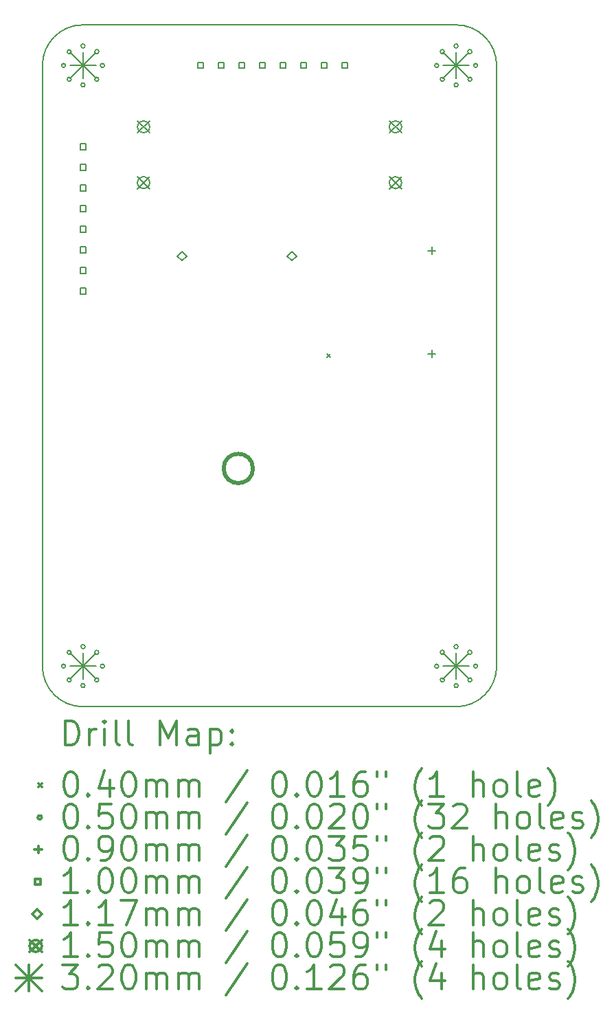
<source format=gbr>
%FSLAX45Y45*%
G04 Gerber Fmt 4.5, Leading zero omitted, Abs format (unit mm)*
G04 Created by KiCad (PCBNEW 5.0.2+dfsg1-1) date Sun 10 Apr 2022 03:47:00 AM PDT*
%MOMM*%
%LPD*%
G01*
G04 APERTURE LIST*
%ADD10C,0.500000*%
%ADD11C,0.150000*%
%ADD12C,0.200000*%
%ADD13C,0.300000*%
G04 APERTURE END LIST*
D10*
X14539278Y-10931000D02*
G75*
G03X14539278Y-10931000I-180278J0D01*
G01*
D11*
X12444000Y-5466000D02*
X17044000Y-5466000D01*
X12444000Y-13866000D02*
X17044000Y-13866000D01*
X17544000Y-13366000D02*
X17544000Y-5966000D01*
X11944000Y-5966000D02*
X11944000Y-13366000D01*
X17044000Y-5466000D02*
G75*
G02X17544000Y-5966000I0J-500000D01*
G01*
X17544000Y-13366000D02*
G75*
G02X17044000Y-13866000I-500000J0D01*
G01*
X12444000Y-13866000D02*
G75*
G02X11944000Y-13366000I0J500000D01*
G01*
X11944000Y-5966000D02*
G75*
G02X12444000Y-5466000I500000J0D01*
G01*
D12*
X15450000Y-9521000D02*
X15490000Y-9561000D01*
X15490000Y-9521000D02*
X15450000Y-9561000D01*
X16829000Y-13366000D02*
G75*
G03X16829000Y-13366000I-25000J0D01*
G01*
X16899294Y-13196294D02*
G75*
G03X16899294Y-13196294I-25000J0D01*
G01*
X16899294Y-13535706D02*
G75*
G03X16899294Y-13535706I-25000J0D01*
G01*
X17069000Y-13126000D02*
G75*
G03X17069000Y-13126000I-25000J0D01*
G01*
X17069000Y-13606000D02*
G75*
G03X17069000Y-13606000I-25000J0D01*
G01*
X17238706Y-13196294D02*
G75*
G03X17238706Y-13196294I-25000J0D01*
G01*
X17238706Y-13535706D02*
G75*
G03X17238706Y-13535706I-25000J0D01*
G01*
X17309000Y-13366000D02*
G75*
G03X17309000Y-13366000I-25000J0D01*
G01*
X16829000Y-5966000D02*
G75*
G03X16829000Y-5966000I-25000J0D01*
G01*
X16899294Y-5796294D02*
G75*
G03X16899294Y-5796294I-25000J0D01*
G01*
X16899294Y-6135706D02*
G75*
G03X16899294Y-6135706I-25000J0D01*
G01*
X17069000Y-5726000D02*
G75*
G03X17069000Y-5726000I-25000J0D01*
G01*
X17069000Y-6206000D02*
G75*
G03X17069000Y-6206000I-25000J0D01*
G01*
X17238706Y-5796294D02*
G75*
G03X17238706Y-5796294I-25000J0D01*
G01*
X17238706Y-6135706D02*
G75*
G03X17238706Y-6135706I-25000J0D01*
G01*
X17309000Y-5966000D02*
G75*
G03X17309000Y-5966000I-25000J0D01*
G01*
X12229000Y-5966000D02*
G75*
G03X12229000Y-5966000I-25000J0D01*
G01*
X12299294Y-5796294D02*
G75*
G03X12299294Y-5796294I-25000J0D01*
G01*
X12299294Y-6135706D02*
G75*
G03X12299294Y-6135706I-25000J0D01*
G01*
X12469000Y-5726000D02*
G75*
G03X12469000Y-5726000I-25000J0D01*
G01*
X12469000Y-6206000D02*
G75*
G03X12469000Y-6206000I-25000J0D01*
G01*
X12638706Y-5796294D02*
G75*
G03X12638706Y-5796294I-25000J0D01*
G01*
X12638706Y-6135706D02*
G75*
G03X12638706Y-6135706I-25000J0D01*
G01*
X12709000Y-5966000D02*
G75*
G03X12709000Y-5966000I-25000J0D01*
G01*
X12229000Y-13366000D02*
G75*
G03X12229000Y-13366000I-25000J0D01*
G01*
X12299294Y-13196294D02*
G75*
G03X12299294Y-13196294I-25000J0D01*
G01*
X12299294Y-13535706D02*
G75*
G03X12299294Y-13535706I-25000J0D01*
G01*
X12469000Y-13126000D02*
G75*
G03X12469000Y-13126000I-25000J0D01*
G01*
X12469000Y-13606000D02*
G75*
G03X12469000Y-13606000I-25000J0D01*
G01*
X12638706Y-13196294D02*
G75*
G03X12638706Y-13196294I-25000J0D01*
G01*
X12638706Y-13535706D02*
G75*
G03X12638706Y-13535706I-25000J0D01*
G01*
X12709000Y-13366000D02*
G75*
G03X12709000Y-13366000I-25000J0D01*
G01*
X16744000Y-8201000D02*
X16744000Y-8291000D01*
X16699000Y-8246000D02*
X16789000Y-8246000D01*
X16744000Y-9471000D02*
X16744000Y-9561000D01*
X16699000Y-9516000D02*
X16789000Y-9516000D01*
X13929356Y-6001356D02*
X13929356Y-5930644D01*
X13858644Y-5930644D01*
X13858644Y-6001356D01*
X13929356Y-6001356D01*
X14183356Y-6001356D02*
X14183356Y-5930644D01*
X14112644Y-5930644D01*
X14112644Y-6001356D01*
X14183356Y-6001356D01*
X14437356Y-6001356D02*
X14437356Y-5930644D01*
X14366644Y-5930644D01*
X14366644Y-6001356D01*
X14437356Y-6001356D01*
X14691356Y-6001356D02*
X14691356Y-5930644D01*
X14620644Y-5930644D01*
X14620644Y-6001356D01*
X14691356Y-6001356D01*
X14945356Y-6001356D02*
X14945356Y-5930644D01*
X14874644Y-5930644D01*
X14874644Y-6001356D01*
X14945356Y-6001356D01*
X15199356Y-6001356D02*
X15199356Y-5930644D01*
X15128644Y-5930644D01*
X15128644Y-6001356D01*
X15199356Y-6001356D01*
X15453356Y-6001356D02*
X15453356Y-5930644D01*
X15382644Y-5930644D01*
X15382644Y-6001356D01*
X15453356Y-6001356D01*
X15707356Y-6001356D02*
X15707356Y-5930644D01*
X15636644Y-5930644D01*
X15636644Y-6001356D01*
X15707356Y-6001356D01*
X12479356Y-7001356D02*
X12479356Y-6930644D01*
X12408644Y-6930644D01*
X12408644Y-7001356D01*
X12479356Y-7001356D01*
X12479356Y-7255356D02*
X12479356Y-7184644D01*
X12408644Y-7184644D01*
X12408644Y-7255356D01*
X12479356Y-7255356D01*
X12479356Y-7509356D02*
X12479356Y-7438644D01*
X12408644Y-7438644D01*
X12408644Y-7509356D01*
X12479356Y-7509356D01*
X12479356Y-7763356D02*
X12479356Y-7692644D01*
X12408644Y-7692644D01*
X12408644Y-7763356D01*
X12479356Y-7763356D01*
X12479356Y-8017356D02*
X12479356Y-7946644D01*
X12408644Y-7946644D01*
X12408644Y-8017356D01*
X12479356Y-8017356D01*
X12479356Y-8271356D02*
X12479356Y-8200644D01*
X12408644Y-8200644D01*
X12408644Y-8271356D01*
X12479356Y-8271356D01*
X12479356Y-8525356D02*
X12479356Y-8454644D01*
X12408644Y-8454644D01*
X12408644Y-8525356D01*
X12479356Y-8525356D01*
X12479356Y-8779356D02*
X12479356Y-8708644D01*
X12408644Y-8708644D01*
X12408644Y-8779356D01*
X12479356Y-8779356D01*
X13662000Y-8372500D02*
X13720500Y-8314000D01*
X13662000Y-8255500D01*
X13603500Y-8314000D01*
X13662000Y-8372500D01*
X15021000Y-8372500D02*
X15079500Y-8314000D01*
X15021000Y-8255500D01*
X14962500Y-8314000D01*
X15021000Y-8372500D01*
X13116000Y-6647000D02*
X13266000Y-6797000D01*
X13266000Y-6647000D02*
X13116000Y-6797000D01*
X13266000Y-6722000D02*
G75*
G03X13266000Y-6722000I-75000J0D01*
G01*
X13116000Y-7335000D02*
X13266000Y-7485000D01*
X13266000Y-7335000D02*
X13116000Y-7485000D01*
X13266000Y-7410000D02*
G75*
G03X13266000Y-7410000I-75000J0D01*
G01*
X16222000Y-6647000D02*
X16372000Y-6797000D01*
X16372000Y-6647000D02*
X16222000Y-6797000D01*
X16372000Y-6722000D02*
G75*
G03X16372000Y-6722000I-75000J0D01*
G01*
X16222000Y-7335000D02*
X16372000Y-7485000D01*
X16372000Y-7335000D02*
X16222000Y-7485000D01*
X16372000Y-7410000D02*
G75*
G03X16372000Y-7410000I-75000J0D01*
G01*
X12284000Y-13206000D02*
X12604000Y-13526000D01*
X12604000Y-13206000D02*
X12284000Y-13526000D01*
X12444000Y-13206000D02*
X12444000Y-13526000D01*
X12284000Y-13366000D02*
X12604000Y-13366000D01*
X16884000Y-13206000D02*
X17204000Y-13526000D01*
X17204000Y-13206000D02*
X16884000Y-13526000D01*
X17044000Y-13206000D02*
X17044000Y-13526000D01*
X16884000Y-13366000D02*
X17204000Y-13366000D01*
X16884000Y-5806000D02*
X17204000Y-6126000D01*
X17204000Y-5806000D02*
X16884000Y-6126000D01*
X17044000Y-5806000D02*
X17044000Y-6126000D01*
X16884000Y-5966000D02*
X17204000Y-5966000D01*
X12284000Y-5806000D02*
X12604000Y-6126000D01*
X12604000Y-5806000D02*
X12284000Y-6126000D01*
X12444000Y-5806000D02*
X12444000Y-6126000D01*
X12284000Y-5966000D02*
X12604000Y-5966000D01*
D13*
X12222928Y-14339214D02*
X12222928Y-14039214D01*
X12294357Y-14039214D01*
X12337214Y-14053500D01*
X12365786Y-14082071D01*
X12380071Y-14110643D01*
X12394357Y-14167786D01*
X12394357Y-14210643D01*
X12380071Y-14267786D01*
X12365786Y-14296357D01*
X12337214Y-14324929D01*
X12294357Y-14339214D01*
X12222928Y-14339214D01*
X12522928Y-14339214D02*
X12522928Y-14139214D01*
X12522928Y-14196357D02*
X12537214Y-14167786D01*
X12551500Y-14153500D01*
X12580071Y-14139214D01*
X12608643Y-14139214D01*
X12708643Y-14339214D02*
X12708643Y-14139214D01*
X12708643Y-14039214D02*
X12694357Y-14053500D01*
X12708643Y-14067786D01*
X12722928Y-14053500D01*
X12708643Y-14039214D01*
X12708643Y-14067786D01*
X12894357Y-14339214D02*
X12865786Y-14324929D01*
X12851500Y-14296357D01*
X12851500Y-14039214D01*
X13051500Y-14339214D02*
X13022928Y-14324929D01*
X13008643Y-14296357D01*
X13008643Y-14039214D01*
X13394357Y-14339214D02*
X13394357Y-14039214D01*
X13494357Y-14253500D01*
X13594357Y-14039214D01*
X13594357Y-14339214D01*
X13865786Y-14339214D02*
X13865786Y-14182071D01*
X13851500Y-14153500D01*
X13822928Y-14139214D01*
X13765786Y-14139214D01*
X13737214Y-14153500D01*
X13865786Y-14324929D02*
X13837214Y-14339214D01*
X13765786Y-14339214D01*
X13737214Y-14324929D01*
X13722928Y-14296357D01*
X13722928Y-14267786D01*
X13737214Y-14239214D01*
X13765786Y-14224929D01*
X13837214Y-14224929D01*
X13865786Y-14210643D01*
X14008643Y-14139214D02*
X14008643Y-14439214D01*
X14008643Y-14153500D02*
X14037214Y-14139214D01*
X14094357Y-14139214D01*
X14122928Y-14153500D01*
X14137214Y-14167786D01*
X14151500Y-14196357D01*
X14151500Y-14282071D01*
X14137214Y-14310643D01*
X14122928Y-14324929D01*
X14094357Y-14339214D01*
X14037214Y-14339214D01*
X14008643Y-14324929D01*
X14280071Y-14310643D02*
X14294357Y-14324929D01*
X14280071Y-14339214D01*
X14265786Y-14324929D01*
X14280071Y-14310643D01*
X14280071Y-14339214D01*
X14280071Y-14153500D02*
X14294357Y-14167786D01*
X14280071Y-14182071D01*
X14265786Y-14167786D01*
X14280071Y-14153500D01*
X14280071Y-14182071D01*
X11896500Y-14813500D02*
X11936500Y-14853500D01*
X11936500Y-14813500D02*
X11896500Y-14853500D01*
X12280071Y-14669214D02*
X12308643Y-14669214D01*
X12337214Y-14683500D01*
X12351500Y-14697786D01*
X12365786Y-14726357D01*
X12380071Y-14783500D01*
X12380071Y-14854929D01*
X12365786Y-14912071D01*
X12351500Y-14940643D01*
X12337214Y-14954929D01*
X12308643Y-14969214D01*
X12280071Y-14969214D01*
X12251500Y-14954929D01*
X12237214Y-14940643D01*
X12222928Y-14912071D01*
X12208643Y-14854929D01*
X12208643Y-14783500D01*
X12222928Y-14726357D01*
X12237214Y-14697786D01*
X12251500Y-14683500D01*
X12280071Y-14669214D01*
X12508643Y-14940643D02*
X12522928Y-14954929D01*
X12508643Y-14969214D01*
X12494357Y-14954929D01*
X12508643Y-14940643D01*
X12508643Y-14969214D01*
X12780071Y-14769214D02*
X12780071Y-14969214D01*
X12708643Y-14654929D02*
X12637214Y-14869214D01*
X12822928Y-14869214D01*
X12994357Y-14669214D02*
X13022928Y-14669214D01*
X13051500Y-14683500D01*
X13065786Y-14697786D01*
X13080071Y-14726357D01*
X13094357Y-14783500D01*
X13094357Y-14854929D01*
X13080071Y-14912071D01*
X13065786Y-14940643D01*
X13051500Y-14954929D01*
X13022928Y-14969214D01*
X12994357Y-14969214D01*
X12965786Y-14954929D01*
X12951500Y-14940643D01*
X12937214Y-14912071D01*
X12922928Y-14854929D01*
X12922928Y-14783500D01*
X12937214Y-14726357D01*
X12951500Y-14697786D01*
X12965786Y-14683500D01*
X12994357Y-14669214D01*
X13222928Y-14969214D02*
X13222928Y-14769214D01*
X13222928Y-14797786D02*
X13237214Y-14783500D01*
X13265786Y-14769214D01*
X13308643Y-14769214D01*
X13337214Y-14783500D01*
X13351500Y-14812071D01*
X13351500Y-14969214D01*
X13351500Y-14812071D02*
X13365786Y-14783500D01*
X13394357Y-14769214D01*
X13437214Y-14769214D01*
X13465786Y-14783500D01*
X13480071Y-14812071D01*
X13480071Y-14969214D01*
X13622928Y-14969214D02*
X13622928Y-14769214D01*
X13622928Y-14797786D02*
X13637214Y-14783500D01*
X13665786Y-14769214D01*
X13708643Y-14769214D01*
X13737214Y-14783500D01*
X13751500Y-14812071D01*
X13751500Y-14969214D01*
X13751500Y-14812071D02*
X13765786Y-14783500D01*
X13794357Y-14769214D01*
X13837214Y-14769214D01*
X13865786Y-14783500D01*
X13880071Y-14812071D01*
X13880071Y-14969214D01*
X14465786Y-14654929D02*
X14208643Y-15040643D01*
X14851500Y-14669214D02*
X14880071Y-14669214D01*
X14908643Y-14683500D01*
X14922928Y-14697786D01*
X14937214Y-14726357D01*
X14951500Y-14783500D01*
X14951500Y-14854929D01*
X14937214Y-14912071D01*
X14922928Y-14940643D01*
X14908643Y-14954929D01*
X14880071Y-14969214D01*
X14851500Y-14969214D01*
X14822928Y-14954929D01*
X14808643Y-14940643D01*
X14794357Y-14912071D01*
X14780071Y-14854929D01*
X14780071Y-14783500D01*
X14794357Y-14726357D01*
X14808643Y-14697786D01*
X14822928Y-14683500D01*
X14851500Y-14669214D01*
X15080071Y-14940643D02*
X15094357Y-14954929D01*
X15080071Y-14969214D01*
X15065786Y-14954929D01*
X15080071Y-14940643D01*
X15080071Y-14969214D01*
X15280071Y-14669214D02*
X15308643Y-14669214D01*
X15337214Y-14683500D01*
X15351500Y-14697786D01*
X15365786Y-14726357D01*
X15380071Y-14783500D01*
X15380071Y-14854929D01*
X15365786Y-14912071D01*
X15351500Y-14940643D01*
X15337214Y-14954929D01*
X15308643Y-14969214D01*
X15280071Y-14969214D01*
X15251500Y-14954929D01*
X15237214Y-14940643D01*
X15222928Y-14912071D01*
X15208643Y-14854929D01*
X15208643Y-14783500D01*
X15222928Y-14726357D01*
X15237214Y-14697786D01*
X15251500Y-14683500D01*
X15280071Y-14669214D01*
X15665786Y-14969214D02*
X15494357Y-14969214D01*
X15580071Y-14969214D02*
X15580071Y-14669214D01*
X15551500Y-14712071D01*
X15522928Y-14740643D01*
X15494357Y-14754929D01*
X15922928Y-14669214D02*
X15865786Y-14669214D01*
X15837214Y-14683500D01*
X15822928Y-14697786D01*
X15794357Y-14740643D01*
X15780071Y-14797786D01*
X15780071Y-14912071D01*
X15794357Y-14940643D01*
X15808643Y-14954929D01*
X15837214Y-14969214D01*
X15894357Y-14969214D01*
X15922928Y-14954929D01*
X15937214Y-14940643D01*
X15951500Y-14912071D01*
X15951500Y-14840643D01*
X15937214Y-14812071D01*
X15922928Y-14797786D01*
X15894357Y-14783500D01*
X15837214Y-14783500D01*
X15808643Y-14797786D01*
X15794357Y-14812071D01*
X15780071Y-14840643D01*
X16065786Y-14669214D02*
X16065786Y-14726357D01*
X16180071Y-14669214D02*
X16180071Y-14726357D01*
X16622928Y-15083500D02*
X16608643Y-15069214D01*
X16580071Y-15026357D01*
X16565786Y-14997786D01*
X16551500Y-14954929D01*
X16537214Y-14883500D01*
X16537214Y-14826357D01*
X16551500Y-14754929D01*
X16565786Y-14712071D01*
X16580071Y-14683500D01*
X16608643Y-14640643D01*
X16622928Y-14626357D01*
X16894357Y-14969214D02*
X16722928Y-14969214D01*
X16808643Y-14969214D02*
X16808643Y-14669214D01*
X16780071Y-14712071D01*
X16751500Y-14740643D01*
X16722928Y-14754929D01*
X17251500Y-14969214D02*
X17251500Y-14669214D01*
X17380071Y-14969214D02*
X17380071Y-14812071D01*
X17365786Y-14783500D01*
X17337214Y-14769214D01*
X17294357Y-14769214D01*
X17265786Y-14783500D01*
X17251500Y-14797786D01*
X17565786Y-14969214D02*
X17537214Y-14954929D01*
X17522928Y-14940643D01*
X17508643Y-14912071D01*
X17508643Y-14826357D01*
X17522928Y-14797786D01*
X17537214Y-14783500D01*
X17565786Y-14769214D01*
X17608643Y-14769214D01*
X17637214Y-14783500D01*
X17651500Y-14797786D01*
X17665786Y-14826357D01*
X17665786Y-14912071D01*
X17651500Y-14940643D01*
X17637214Y-14954929D01*
X17608643Y-14969214D01*
X17565786Y-14969214D01*
X17837214Y-14969214D02*
X17808643Y-14954929D01*
X17794357Y-14926357D01*
X17794357Y-14669214D01*
X18065786Y-14954929D02*
X18037214Y-14969214D01*
X17980071Y-14969214D01*
X17951500Y-14954929D01*
X17937214Y-14926357D01*
X17937214Y-14812071D01*
X17951500Y-14783500D01*
X17980071Y-14769214D01*
X18037214Y-14769214D01*
X18065786Y-14783500D01*
X18080071Y-14812071D01*
X18080071Y-14840643D01*
X17937214Y-14869214D01*
X18180071Y-15083500D02*
X18194357Y-15069214D01*
X18222928Y-15026357D01*
X18237214Y-14997786D01*
X18251500Y-14954929D01*
X18265786Y-14883500D01*
X18265786Y-14826357D01*
X18251500Y-14754929D01*
X18237214Y-14712071D01*
X18222928Y-14683500D01*
X18194357Y-14640643D01*
X18180071Y-14626357D01*
X11936500Y-15229500D02*
G75*
G03X11936500Y-15229500I-25000J0D01*
G01*
X12280071Y-15065214D02*
X12308643Y-15065214D01*
X12337214Y-15079500D01*
X12351500Y-15093786D01*
X12365786Y-15122357D01*
X12380071Y-15179500D01*
X12380071Y-15250929D01*
X12365786Y-15308071D01*
X12351500Y-15336643D01*
X12337214Y-15350929D01*
X12308643Y-15365214D01*
X12280071Y-15365214D01*
X12251500Y-15350929D01*
X12237214Y-15336643D01*
X12222928Y-15308071D01*
X12208643Y-15250929D01*
X12208643Y-15179500D01*
X12222928Y-15122357D01*
X12237214Y-15093786D01*
X12251500Y-15079500D01*
X12280071Y-15065214D01*
X12508643Y-15336643D02*
X12522928Y-15350929D01*
X12508643Y-15365214D01*
X12494357Y-15350929D01*
X12508643Y-15336643D01*
X12508643Y-15365214D01*
X12794357Y-15065214D02*
X12651500Y-15065214D01*
X12637214Y-15208071D01*
X12651500Y-15193786D01*
X12680071Y-15179500D01*
X12751500Y-15179500D01*
X12780071Y-15193786D01*
X12794357Y-15208071D01*
X12808643Y-15236643D01*
X12808643Y-15308071D01*
X12794357Y-15336643D01*
X12780071Y-15350929D01*
X12751500Y-15365214D01*
X12680071Y-15365214D01*
X12651500Y-15350929D01*
X12637214Y-15336643D01*
X12994357Y-15065214D02*
X13022928Y-15065214D01*
X13051500Y-15079500D01*
X13065786Y-15093786D01*
X13080071Y-15122357D01*
X13094357Y-15179500D01*
X13094357Y-15250929D01*
X13080071Y-15308071D01*
X13065786Y-15336643D01*
X13051500Y-15350929D01*
X13022928Y-15365214D01*
X12994357Y-15365214D01*
X12965786Y-15350929D01*
X12951500Y-15336643D01*
X12937214Y-15308071D01*
X12922928Y-15250929D01*
X12922928Y-15179500D01*
X12937214Y-15122357D01*
X12951500Y-15093786D01*
X12965786Y-15079500D01*
X12994357Y-15065214D01*
X13222928Y-15365214D02*
X13222928Y-15165214D01*
X13222928Y-15193786D02*
X13237214Y-15179500D01*
X13265786Y-15165214D01*
X13308643Y-15165214D01*
X13337214Y-15179500D01*
X13351500Y-15208071D01*
X13351500Y-15365214D01*
X13351500Y-15208071D02*
X13365786Y-15179500D01*
X13394357Y-15165214D01*
X13437214Y-15165214D01*
X13465786Y-15179500D01*
X13480071Y-15208071D01*
X13480071Y-15365214D01*
X13622928Y-15365214D02*
X13622928Y-15165214D01*
X13622928Y-15193786D02*
X13637214Y-15179500D01*
X13665786Y-15165214D01*
X13708643Y-15165214D01*
X13737214Y-15179500D01*
X13751500Y-15208071D01*
X13751500Y-15365214D01*
X13751500Y-15208071D02*
X13765786Y-15179500D01*
X13794357Y-15165214D01*
X13837214Y-15165214D01*
X13865786Y-15179500D01*
X13880071Y-15208071D01*
X13880071Y-15365214D01*
X14465786Y-15050929D02*
X14208643Y-15436643D01*
X14851500Y-15065214D02*
X14880071Y-15065214D01*
X14908643Y-15079500D01*
X14922928Y-15093786D01*
X14937214Y-15122357D01*
X14951500Y-15179500D01*
X14951500Y-15250929D01*
X14937214Y-15308071D01*
X14922928Y-15336643D01*
X14908643Y-15350929D01*
X14880071Y-15365214D01*
X14851500Y-15365214D01*
X14822928Y-15350929D01*
X14808643Y-15336643D01*
X14794357Y-15308071D01*
X14780071Y-15250929D01*
X14780071Y-15179500D01*
X14794357Y-15122357D01*
X14808643Y-15093786D01*
X14822928Y-15079500D01*
X14851500Y-15065214D01*
X15080071Y-15336643D02*
X15094357Y-15350929D01*
X15080071Y-15365214D01*
X15065786Y-15350929D01*
X15080071Y-15336643D01*
X15080071Y-15365214D01*
X15280071Y-15065214D02*
X15308643Y-15065214D01*
X15337214Y-15079500D01*
X15351500Y-15093786D01*
X15365786Y-15122357D01*
X15380071Y-15179500D01*
X15380071Y-15250929D01*
X15365786Y-15308071D01*
X15351500Y-15336643D01*
X15337214Y-15350929D01*
X15308643Y-15365214D01*
X15280071Y-15365214D01*
X15251500Y-15350929D01*
X15237214Y-15336643D01*
X15222928Y-15308071D01*
X15208643Y-15250929D01*
X15208643Y-15179500D01*
X15222928Y-15122357D01*
X15237214Y-15093786D01*
X15251500Y-15079500D01*
X15280071Y-15065214D01*
X15494357Y-15093786D02*
X15508643Y-15079500D01*
X15537214Y-15065214D01*
X15608643Y-15065214D01*
X15637214Y-15079500D01*
X15651500Y-15093786D01*
X15665786Y-15122357D01*
X15665786Y-15150929D01*
X15651500Y-15193786D01*
X15480071Y-15365214D01*
X15665786Y-15365214D01*
X15851500Y-15065214D02*
X15880071Y-15065214D01*
X15908643Y-15079500D01*
X15922928Y-15093786D01*
X15937214Y-15122357D01*
X15951500Y-15179500D01*
X15951500Y-15250929D01*
X15937214Y-15308071D01*
X15922928Y-15336643D01*
X15908643Y-15350929D01*
X15880071Y-15365214D01*
X15851500Y-15365214D01*
X15822928Y-15350929D01*
X15808643Y-15336643D01*
X15794357Y-15308071D01*
X15780071Y-15250929D01*
X15780071Y-15179500D01*
X15794357Y-15122357D01*
X15808643Y-15093786D01*
X15822928Y-15079500D01*
X15851500Y-15065214D01*
X16065786Y-15065214D02*
X16065786Y-15122357D01*
X16180071Y-15065214D02*
X16180071Y-15122357D01*
X16622928Y-15479500D02*
X16608643Y-15465214D01*
X16580071Y-15422357D01*
X16565786Y-15393786D01*
X16551500Y-15350929D01*
X16537214Y-15279500D01*
X16537214Y-15222357D01*
X16551500Y-15150929D01*
X16565786Y-15108071D01*
X16580071Y-15079500D01*
X16608643Y-15036643D01*
X16622928Y-15022357D01*
X16708643Y-15065214D02*
X16894357Y-15065214D01*
X16794357Y-15179500D01*
X16837214Y-15179500D01*
X16865786Y-15193786D01*
X16880071Y-15208071D01*
X16894357Y-15236643D01*
X16894357Y-15308071D01*
X16880071Y-15336643D01*
X16865786Y-15350929D01*
X16837214Y-15365214D01*
X16751500Y-15365214D01*
X16722928Y-15350929D01*
X16708643Y-15336643D01*
X17008643Y-15093786D02*
X17022928Y-15079500D01*
X17051500Y-15065214D01*
X17122928Y-15065214D01*
X17151500Y-15079500D01*
X17165786Y-15093786D01*
X17180071Y-15122357D01*
X17180071Y-15150929D01*
X17165786Y-15193786D01*
X16994357Y-15365214D01*
X17180071Y-15365214D01*
X17537214Y-15365214D02*
X17537214Y-15065214D01*
X17665786Y-15365214D02*
X17665786Y-15208071D01*
X17651500Y-15179500D01*
X17622928Y-15165214D01*
X17580071Y-15165214D01*
X17551500Y-15179500D01*
X17537214Y-15193786D01*
X17851500Y-15365214D02*
X17822928Y-15350929D01*
X17808643Y-15336643D01*
X17794357Y-15308071D01*
X17794357Y-15222357D01*
X17808643Y-15193786D01*
X17822928Y-15179500D01*
X17851500Y-15165214D01*
X17894357Y-15165214D01*
X17922928Y-15179500D01*
X17937214Y-15193786D01*
X17951500Y-15222357D01*
X17951500Y-15308071D01*
X17937214Y-15336643D01*
X17922928Y-15350929D01*
X17894357Y-15365214D01*
X17851500Y-15365214D01*
X18122928Y-15365214D02*
X18094357Y-15350929D01*
X18080071Y-15322357D01*
X18080071Y-15065214D01*
X18351500Y-15350929D02*
X18322928Y-15365214D01*
X18265786Y-15365214D01*
X18237214Y-15350929D01*
X18222928Y-15322357D01*
X18222928Y-15208071D01*
X18237214Y-15179500D01*
X18265786Y-15165214D01*
X18322928Y-15165214D01*
X18351500Y-15179500D01*
X18365786Y-15208071D01*
X18365786Y-15236643D01*
X18222928Y-15265214D01*
X18480071Y-15350929D02*
X18508643Y-15365214D01*
X18565786Y-15365214D01*
X18594357Y-15350929D01*
X18608643Y-15322357D01*
X18608643Y-15308071D01*
X18594357Y-15279500D01*
X18565786Y-15265214D01*
X18522928Y-15265214D01*
X18494357Y-15250929D01*
X18480071Y-15222357D01*
X18480071Y-15208071D01*
X18494357Y-15179500D01*
X18522928Y-15165214D01*
X18565786Y-15165214D01*
X18594357Y-15179500D01*
X18708643Y-15479500D02*
X18722928Y-15465214D01*
X18751500Y-15422357D01*
X18765786Y-15393786D01*
X18780071Y-15350929D01*
X18794357Y-15279500D01*
X18794357Y-15222357D01*
X18780071Y-15150929D01*
X18765786Y-15108071D01*
X18751500Y-15079500D01*
X18722928Y-15036643D01*
X18708643Y-15022357D01*
X11891500Y-15580500D02*
X11891500Y-15670500D01*
X11846500Y-15625500D02*
X11936500Y-15625500D01*
X12280071Y-15461214D02*
X12308643Y-15461214D01*
X12337214Y-15475500D01*
X12351500Y-15489786D01*
X12365786Y-15518357D01*
X12380071Y-15575500D01*
X12380071Y-15646929D01*
X12365786Y-15704071D01*
X12351500Y-15732643D01*
X12337214Y-15746929D01*
X12308643Y-15761214D01*
X12280071Y-15761214D01*
X12251500Y-15746929D01*
X12237214Y-15732643D01*
X12222928Y-15704071D01*
X12208643Y-15646929D01*
X12208643Y-15575500D01*
X12222928Y-15518357D01*
X12237214Y-15489786D01*
X12251500Y-15475500D01*
X12280071Y-15461214D01*
X12508643Y-15732643D02*
X12522928Y-15746929D01*
X12508643Y-15761214D01*
X12494357Y-15746929D01*
X12508643Y-15732643D01*
X12508643Y-15761214D01*
X12665786Y-15761214D02*
X12722928Y-15761214D01*
X12751500Y-15746929D01*
X12765786Y-15732643D01*
X12794357Y-15689786D01*
X12808643Y-15632643D01*
X12808643Y-15518357D01*
X12794357Y-15489786D01*
X12780071Y-15475500D01*
X12751500Y-15461214D01*
X12694357Y-15461214D01*
X12665786Y-15475500D01*
X12651500Y-15489786D01*
X12637214Y-15518357D01*
X12637214Y-15589786D01*
X12651500Y-15618357D01*
X12665786Y-15632643D01*
X12694357Y-15646929D01*
X12751500Y-15646929D01*
X12780071Y-15632643D01*
X12794357Y-15618357D01*
X12808643Y-15589786D01*
X12994357Y-15461214D02*
X13022928Y-15461214D01*
X13051500Y-15475500D01*
X13065786Y-15489786D01*
X13080071Y-15518357D01*
X13094357Y-15575500D01*
X13094357Y-15646929D01*
X13080071Y-15704071D01*
X13065786Y-15732643D01*
X13051500Y-15746929D01*
X13022928Y-15761214D01*
X12994357Y-15761214D01*
X12965786Y-15746929D01*
X12951500Y-15732643D01*
X12937214Y-15704071D01*
X12922928Y-15646929D01*
X12922928Y-15575500D01*
X12937214Y-15518357D01*
X12951500Y-15489786D01*
X12965786Y-15475500D01*
X12994357Y-15461214D01*
X13222928Y-15761214D02*
X13222928Y-15561214D01*
X13222928Y-15589786D02*
X13237214Y-15575500D01*
X13265786Y-15561214D01*
X13308643Y-15561214D01*
X13337214Y-15575500D01*
X13351500Y-15604071D01*
X13351500Y-15761214D01*
X13351500Y-15604071D02*
X13365786Y-15575500D01*
X13394357Y-15561214D01*
X13437214Y-15561214D01*
X13465786Y-15575500D01*
X13480071Y-15604071D01*
X13480071Y-15761214D01*
X13622928Y-15761214D02*
X13622928Y-15561214D01*
X13622928Y-15589786D02*
X13637214Y-15575500D01*
X13665786Y-15561214D01*
X13708643Y-15561214D01*
X13737214Y-15575500D01*
X13751500Y-15604071D01*
X13751500Y-15761214D01*
X13751500Y-15604071D02*
X13765786Y-15575500D01*
X13794357Y-15561214D01*
X13837214Y-15561214D01*
X13865786Y-15575500D01*
X13880071Y-15604071D01*
X13880071Y-15761214D01*
X14465786Y-15446929D02*
X14208643Y-15832643D01*
X14851500Y-15461214D02*
X14880071Y-15461214D01*
X14908643Y-15475500D01*
X14922928Y-15489786D01*
X14937214Y-15518357D01*
X14951500Y-15575500D01*
X14951500Y-15646929D01*
X14937214Y-15704071D01*
X14922928Y-15732643D01*
X14908643Y-15746929D01*
X14880071Y-15761214D01*
X14851500Y-15761214D01*
X14822928Y-15746929D01*
X14808643Y-15732643D01*
X14794357Y-15704071D01*
X14780071Y-15646929D01*
X14780071Y-15575500D01*
X14794357Y-15518357D01*
X14808643Y-15489786D01*
X14822928Y-15475500D01*
X14851500Y-15461214D01*
X15080071Y-15732643D02*
X15094357Y-15746929D01*
X15080071Y-15761214D01*
X15065786Y-15746929D01*
X15080071Y-15732643D01*
X15080071Y-15761214D01*
X15280071Y-15461214D02*
X15308643Y-15461214D01*
X15337214Y-15475500D01*
X15351500Y-15489786D01*
X15365786Y-15518357D01*
X15380071Y-15575500D01*
X15380071Y-15646929D01*
X15365786Y-15704071D01*
X15351500Y-15732643D01*
X15337214Y-15746929D01*
X15308643Y-15761214D01*
X15280071Y-15761214D01*
X15251500Y-15746929D01*
X15237214Y-15732643D01*
X15222928Y-15704071D01*
X15208643Y-15646929D01*
X15208643Y-15575500D01*
X15222928Y-15518357D01*
X15237214Y-15489786D01*
X15251500Y-15475500D01*
X15280071Y-15461214D01*
X15480071Y-15461214D02*
X15665786Y-15461214D01*
X15565786Y-15575500D01*
X15608643Y-15575500D01*
X15637214Y-15589786D01*
X15651500Y-15604071D01*
X15665786Y-15632643D01*
X15665786Y-15704071D01*
X15651500Y-15732643D01*
X15637214Y-15746929D01*
X15608643Y-15761214D01*
X15522928Y-15761214D01*
X15494357Y-15746929D01*
X15480071Y-15732643D01*
X15937214Y-15461214D02*
X15794357Y-15461214D01*
X15780071Y-15604071D01*
X15794357Y-15589786D01*
X15822928Y-15575500D01*
X15894357Y-15575500D01*
X15922928Y-15589786D01*
X15937214Y-15604071D01*
X15951500Y-15632643D01*
X15951500Y-15704071D01*
X15937214Y-15732643D01*
X15922928Y-15746929D01*
X15894357Y-15761214D01*
X15822928Y-15761214D01*
X15794357Y-15746929D01*
X15780071Y-15732643D01*
X16065786Y-15461214D02*
X16065786Y-15518357D01*
X16180071Y-15461214D02*
X16180071Y-15518357D01*
X16622928Y-15875500D02*
X16608643Y-15861214D01*
X16580071Y-15818357D01*
X16565786Y-15789786D01*
X16551500Y-15746929D01*
X16537214Y-15675500D01*
X16537214Y-15618357D01*
X16551500Y-15546929D01*
X16565786Y-15504071D01*
X16580071Y-15475500D01*
X16608643Y-15432643D01*
X16622928Y-15418357D01*
X16722928Y-15489786D02*
X16737214Y-15475500D01*
X16765786Y-15461214D01*
X16837214Y-15461214D01*
X16865786Y-15475500D01*
X16880071Y-15489786D01*
X16894357Y-15518357D01*
X16894357Y-15546929D01*
X16880071Y-15589786D01*
X16708643Y-15761214D01*
X16894357Y-15761214D01*
X17251500Y-15761214D02*
X17251500Y-15461214D01*
X17380071Y-15761214D02*
X17380071Y-15604071D01*
X17365786Y-15575500D01*
X17337214Y-15561214D01*
X17294357Y-15561214D01*
X17265786Y-15575500D01*
X17251500Y-15589786D01*
X17565786Y-15761214D02*
X17537214Y-15746929D01*
X17522928Y-15732643D01*
X17508643Y-15704071D01*
X17508643Y-15618357D01*
X17522928Y-15589786D01*
X17537214Y-15575500D01*
X17565786Y-15561214D01*
X17608643Y-15561214D01*
X17637214Y-15575500D01*
X17651500Y-15589786D01*
X17665786Y-15618357D01*
X17665786Y-15704071D01*
X17651500Y-15732643D01*
X17637214Y-15746929D01*
X17608643Y-15761214D01*
X17565786Y-15761214D01*
X17837214Y-15761214D02*
X17808643Y-15746929D01*
X17794357Y-15718357D01*
X17794357Y-15461214D01*
X18065786Y-15746929D02*
X18037214Y-15761214D01*
X17980071Y-15761214D01*
X17951500Y-15746929D01*
X17937214Y-15718357D01*
X17937214Y-15604071D01*
X17951500Y-15575500D01*
X17980071Y-15561214D01*
X18037214Y-15561214D01*
X18065786Y-15575500D01*
X18080071Y-15604071D01*
X18080071Y-15632643D01*
X17937214Y-15661214D01*
X18194357Y-15746929D02*
X18222928Y-15761214D01*
X18280071Y-15761214D01*
X18308643Y-15746929D01*
X18322928Y-15718357D01*
X18322928Y-15704071D01*
X18308643Y-15675500D01*
X18280071Y-15661214D01*
X18237214Y-15661214D01*
X18208643Y-15646929D01*
X18194357Y-15618357D01*
X18194357Y-15604071D01*
X18208643Y-15575500D01*
X18237214Y-15561214D01*
X18280071Y-15561214D01*
X18308643Y-15575500D01*
X18422928Y-15875500D02*
X18437214Y-15861214D01*
X18465786Y-15818357D01*
X18480071Y-15789786D01*
X18494357Y-15746929D01*
X18508643Y-15675500D01*
X18508643Y-15618357D01*
X18494357Y-15546929D01*
X18480071Y-15504071D01*
X18465786Y-15475500D01*
X18437214Y-15432643D01*
X18422928Y-15418357D01*
X11921856Y-16056856D02*
X11921856Y-15986144D01*
X11851144Y-15986144D01*
X11851144Y-16056856D01*
X11921856Y-16056856D01*
X12380071Y-16157214D02*
X12208643Y-16157214D01*
X12294357Y-16157214D02*
X12294357Y-15857214D01*
X12265786Y-15900071D01*
X12237214Y-15928643D01*
X12208643Y-15942929D01*
X12508643Y-16128643D02*
X12522928Y-16142929D01*
X12508643Y-16157214D01*
X12494357Y-16142929D01*
X12508643Y-16128643D01*
X12508643Y-16157214D01*
X12708643Y-15857214D02*
X12737214Y-15857214D01*
X12765786Y-15871500D01*
X12780071Y-15885786D01*
X12794357Y-15914357D01*
X12808643Y-15971500D01*
X12808643Y-16042929D01*
X12794357Y-16100071D01*
X12780071Y-16128643D01*
X12765786Y-16142929D01*
X12737214Y-16157214D01*
X12708643Y-16157214D01*
X12680071Y-16142929D01*
X12665786Y-16128643D01*
X12651500Y-16100071D01*
X12637214Y-16042929D01*
X12637214Y-15971500D01*
X12651500Y-15914357D01*
X12665786Y-15885786D01*
X12680071Y-15871500D01*
X12708643Y-15857214D01*
X12994357Y-15857214D02*
X13022928Y-15857214D01*
X13051500Y-15871500D01*
X13065786Y-15885786D01*
X13080071Y-15914357D01*
X13094357Y-15971500D01*
X13094357Y-16042929D01*
X13080071Y-16100071D01*
X13065786Y-16128643D01*
X13051500Y-16142929D01*
X13022928Y-16157214D01*
X12994357Y-16157214D01*
X12965786Y-16142929D01*
X12951500Y-16128643D01*
X12937214Y-16100071D01*
X12922928Y-16042929D01*
X12922928Y-15971500D01*
X12937214Y-15914357D01*
X12951500Y-15885786D01*
X12965786Y-15871500D01*
X12994357Y-15857214D01*
X13222928Y-16157214D02*
X13222928Y-15957214D01*
X13222928Y-15985786D02*
X13237214Y-15971500D01*
X13265786Y-15957214D01*
X13308643Y-15957214D01*
X13337214Y-15971500D01*
X13351500Y-16000071D01*
X13351500Y-16157214D01*
X13351500Y-16000071D02*
X13365786Y-15971500D01*
X13394357Y-15957214D01*
X13437214Y-15957214D01*
X13465786Y-15971500D01*
X13480071Y-16000071D01*
X13480071Y-16157214D01*
X13622928Y-16157214D02*
X13622928Y-15957214D01*
X13622928Y-15985786D02*
X13637214Y-15971500D01*
X13665786Y-15957214D01*
X13708643Y-15957214D01*
X13737214Y-15971500D01*
X13751500Y-16000071D01*
X13751500Y-16157214D01*
X13751500Y-16000071D02*
X13765786Y-15971500D01*
X13794357Y-15957214D01*
X13837214Y-15957214D01*
X13865786Y-15971500D01*
X13880071Y-16000071D01*
X13880071Y-16157214D01*
X14465786Y-15842929D02*
X14208643Y-16228643D01*
X14851500Y-15857214D02*
X14880071Y-15857214D01*
X14908643Y-15871500D01*
X14922928Y-15885786D01*
X14937214Y-15914357D01*
X14951500Y-15971500D01*
X14951500Y-16042929D01*
X14937214Y-16100071D01*
X14922928Y-16128643D01*
X14908643Y-16142929D01*
X14880071Y-16157214D01*
X14851500Y-16157214D01*
X14822928Y-16142929D01*
X14808643Y-16128643D01*
X14794357Y-16100071D01*
X14780071Y-16042929D01*
X14780071Y-15971500D01*
X14794357Y-15914357D01*
X14808643Y-15885786D01*
X14822928Y-15871500D01*
X14851500Y-15857214D01*
X15080071Y-16128643D02*
X15094357Y-16142929D01*
X15080071Y-16157214D01*
X15065786Y-16142929D01*
X15080071Y-16128643D01*
X15080071Y-16157214D01*
X15280071Y-15857214D02*
X15308643Y-15857214D01*
X15337214Y-15871500D01*
X15351500Y-15885786D01*
X15365786Y-15914357D01*
X15380071Y-15971500D01*
X15380071Y-16042929D01*
X15365786Y-16100071D01*
X15351500Y-16128643D01*
X15337214Y-16142929D01*
X15308643Y-16157214D01*
X15280071Y-16157214D01*
X15251500Y-16142929D01*
X15237214Y-16128643D01*
X15222928Y-16100071D01*
X15208643Y-16042929D01*
X15208643Y-15971500D01*
X15222928Y-15914357D01*
X15237214Y-15885786D01*
X15251500Y-15871500D01*
X15280071Y-15857214D01*
X15480071Y-15857214D02*
X15665786Y-15857214D01*
X15565786Y-15971500D01*
X15608643Y-15971500D01*
X15637214Y-15985786D01*
X15651500Y-16000071D01*
X15665786Y-16028643D01*
X15665786Y-16100071D01*
X15651500Y-16128643D01*
X15637214Y-16142929D01*
X15608643Y-16157214D01*
X15522928Y-16157214D01*
X15494357Y-16142929D01*
X15480071Y-16128643D01*
X15808643Y-16157214D02*
X15865786Y-16157214D01*
X15894357Y-16142929D01*
X15908643Y-16128643D01*
X15937214Y-16085786D01*
X15951500Y-16028643D01*
X15951500Y-15914357D01*
X15937214Y-15885786D01*
X15922928Y-15871500D01*
X15894357Y-15857214D01*
X15837214Y-15857214D01*
X15808643Y-15871500D01*
X15794357Y-15885786D01*
X15780071Y-15914357D01*
X15780071Y-15985786D01*
X15794357Y-16014357D01*
X15808643Y-16028643D01*
X15837214Y-16042929D01*
X15894357Y-16042929D01*
X15922928Y-16028643D01*
X15937214Y-16014357D01*
X15951500Y-15985786D01*
X16065786Y-15857214D02*
X16065786Y-15914357D01*
X16180071Y-15857214D02*
X16180071Y-15914357D01*
X16622928Y-16271500D02*
X16608643Y-16257214D01*
X16580071Y-16214357D01*
X16565786Y-16185786D01*
X16551500Y-16142929D01*
X16537214Y-16071500D01*
X16537214Y-16014357D01*
X16551500Y-15942929D01*
X16565786Y-15900071D01*
X16580071Y-15871500D01*
X16608643Y-15828643D01*
X16622928Y-15814357D01*
X16894357Y-16157214D02*
X16722928Y-16157214D01*
X16808643Y-16157214D02*
X16808643Y-15857214D01*
X16780071Y-15900071D01*
X16751500Y-15928643D01*
X16722928Y-15942929D01*
X17151500Y-15857214D02*
X17094357Y-15857214D01*
X17065786Y-15871500D01*
X17051500Y-15885786D01*
X17022928Y-15928643D01*
X17008643Y-15985786D01*
X17008643Y-16100071D01*
X17022928Y-16128643D01*
X17037214Y-16142929D01*
X17065786Y-16157214D01*
X17122928Y-16157214D01*
X17151500Y-16142929D01*
X17165786Y-16128643D01*
X17180071Y-16100071D01*
X17180071Y-16028643D01*
X17165786Y-16000071D01*
X17151500Y-15985786D01*
X17122928Y-15971500D01*
X17065786Y-15971500D01*
X17037214Y-15985786D01*
X17022928Y-16000071D01*
X17008643Y-16028643D01*
X17537214Y-16157214D02*
X17537214Y-15857214D01*
X17665786Y-16157214D02*
X17665786Y-16000071D01*
X17651500Y-15971500D01*
X17622928Y-15957214D01*
X17580071Y-15957214D01*
X17551500Y-15971500D01*
X17537214Y-15985786D01*
X17851500Y-16157214D02*
X17822928Y-16142929D01*
X17808643Y-16128643D01*
X17794357Y-16100071D01*
X17794357Y-16014357D01*
X17808643Y-15985786D01*
X17822928Y-15971500D01*
X17851500Y-15957214D01*
X17894357Y-15957214D01*
X17922928Y-15971500D01*
X17937214Y-15985786D01*
X17951500Y-16014357D01*
X17951500Y-16100071D01*
X17937214Y-16128643D01*
X17922928Y-16142929D01*
X17894357Y-16157214D01*
X17851500Y-16157214D01*
X18122928Y-16157214D02*
X18094357Y-16142929D01*
X18080071Y-16114357D01*
X18080071Y-15857214D01*
X18351500Y-16142929D02*
X18322928Y-16157214D01*
X18265786Y-16157214D01*
X18237214Y-16142929D01*
X18222928Y-16114357D01*
X18222928Y-16000071D01*
X18237214Y-15971500D01*
X18265786Y-15957214D01*
X18322928Y-15957214D01*
X18351500Y-15971500D01*
X18365786Y-16000071D01*
X18365786Y-16028643D01*
X18222928Y-16057214D01*
X18480071Y-16142929D02*
X18508643Y-16157214D01*
X18565786Y-16157214D01*
X18594357Y-16142929D01*
X18608643Y-16114357D01*
X18608643Y-16100071D01*
X18594357Y-16071500D01*
X18565786Y-16057214D01*
X18522928Y-16057214D01*
X18494357Y-16042929D01*
X18480071Y-16014357D01*
X18480071Y-16000071D01*
X18494357Y-15971500D01*
X18522928Y-15957214D01*
X18565786Y-15957214D01*
X18594357Y-15971500D01*
X18708643Y-16271500D02*
X18722928Y-16257214D01*
X18751500Y-16214357D01*
X18765786Y-16185786D01*
X18780071Y-16142929D01*
X18794357Y-16071500D01*
X18794357Y-16014357D01*
X18780071Y-15942929D01*
X18765786Y-15900071D01*
X18751500Y-15871500D01*
X18722928Y-15828643D01*
X18708643Y-15814357D01*
X11878000Y-16476000D02*
X11936500Y-16417500D01*
X11878000Y-16359000D01*
X11819500Y-16417500D01*
X11878000Y-16476000D01*
X12380071Y-16553214D02*
X12208643Y-16553214D01*
X12294357Y-16553214D02*
X12294357Y-16253214D01*
X12265786Y-16296071D01*
X12237214Y-16324643D01*
X12208643Y-16338929D01*
X12508643Y-16524643D02*
X12522928Y-16538929D01*
X12508643Y-16553214D01*
X12494357Y-16538929D01*
X12508643Y-16524643D01*
X12508643Y-16553214D01*
X12808643Y-16553214D02*
X12637214Y-16553214D01*
X12722928Y-16553214D02*
X12722928Y-16253214D01*
X12694357Y-16296071D01*
X12665786Y-16324643D01*
X12637214Y-16338929D01*
X12908643Y-16253214D02*
X13108643Y-16253214D01*
X12980071Y-16553214D01*
X13222928Y-16553214D02*
X13222928Y-16353214D01*
X13222928Y-16381786D02*
X13237214Y-16367500D01*
X13265786Y-16353214D01*
X13308643Y-16353214D01*
X13337214Y-16367500D01*
X13351500Y-16396071D01*
X13351500Y-16553214D01*
X13351500Y-16396071D02*
X13365786Y-16367500D01*
X13394357Y-16353214D01*
X13437214Y-16353214D01*
X13465786Y-16367500D01*
X13480071Y-16396071D01*
X13480071Y-16553214D01*
X13622928Y-16553214D02*
X13622928Y-16353214D01*
X13622928Y-16381786D02*
X13637214Y-16367500D01*
X13665786Y-16353214D01*
X13708643Y-16353214D01*
X13737214Y-16367500D01*
X13751500Y-16396071D01*
X13751500Y-16553214D01*
X13751500Y-16396071D02*
X13765786Y-16367500D01*
X13794357Y-16353214D01*
X13837214Y-16353214D01*
X13865786Y-16367500D01*
X13880071Y-16396071D01*
X13880071Y-16553214D01*
X14465786Y-16238929D02*
X14208643Y-16624643D01*
X14851500Y-16253214D02*
X14880071Y-16253214D01*
X14908643Y-16267500D01*
X14922928Y-16281786D01*
X14937214Y-16310357D01*
X14951500Y-16367500D01*
X14951500Y-16438929D01*
X14937214Y-16496071D01*
X14922928Y-16524643D01*
X14908643Y-16538929D01*
X14880071Y-16553214D01*
X14851500Y-16553214D01*
X14822928Y-16538929D01*
X14808643Y-16524643D01*
X14794357Y-16496071D01*
X14780071Y-16438929D01*
X14780071Y-16367500D01*
X14794357Y-16310357D01*
X14808643Y-16281786D01*
X14822928Y-16267500D01*
X14851500Y-16253214D01*
X15080071Y-16524643D02*
X15094357Y-16538929D01*
X15080071Y-16553214D01*
X15065786Y-16538929D01*
X15080071Y-16524643D01*
X15080071Y-16553214D01*
X15280071Y-16253214D02*
X15308643Y-16253214D01*
X15337214Y-16267500D01*
X15351500Y-16281786D01*
X15365786Y-16310357D01*
X15380071Y-16367500D01*
X15380071Y-16438929D01*
X15365786Y-16496071D01*
X15351500Y-16524643D01*
X15337214Y-16538929D01*
X15308643Y-16553214D01*
X15280071Y-16553214D01*
X15251500Y-16538929D01*
X15237214Y-16524643D01*
X15222928Y-16496071D01*
X15208643Y-16438929D01*
X15208643Y-16367500D01*
X15222928Y-16310357D01*
X15237214Y-16281786D01*
X15251500Y-16267500D01*
X15280071Y-16253214D01*
X15637214Y-16353214D02*
X15637214Y-16553214D01*
X15565786Y-16238929D02*
X15494357Y-16453214D01*
X15680071Y-16453214D01*
X15922928Y-16253214D02*
X15865786Y-16253214D01*
X15837214Y-16267500D01*
X15822928Y-16281786D01*
X15794357Y-16324643D01*
X15780071Y-16381786D01*
X15780071Y-16496071D01*
X15794357Y-16524643D01*
X15808643Y-16538929D01*
X15837214Y-16553214D01*
X15894357Y-16553214D01*
X15922928Y-16538929D01*
X15937214Y-16524643D01*
X15951500Y-16496071D01*
X15951500Y-16424643D01*
X15937214Y-16396071D01*
X15922928Y-16381786D01*
X15894357Y-16367500D01*
X15837214Y-16367500D01*
X15808643Y-16381786D01*
X15794357Y-16396071D01*
X15780071Y-16424643D01*
X16065786Y-16253214D02*
X16065786Y-16310357D01*
X16180071Y-16253214D02*
X16180071Y-16310357D01*
X16622928Y-16667500D02*
X16608643Y-16653214D01*
X16580071Y-16610357D01*
X16565786Y-16581786D01*
X16551500Y-16538929D01*
X16537214Y-16467500D01*
X16537214Y-16410357D01*
X16551500Y-16338929D01*
X16565786Y-16296071D01*
X16580071Y-16267500D01*
X16608643Y-16224643D01*
X16622928Y-16210357D01*
X16722928Y-16281786D02*
X16737214Y-16267500D01*
X16765786Y-16253214D01*
X16837214Y-16253214D01*
X16865786Y-16267500D01*
X16880071Y-16281786D01*
X16894357Y-16310357D01*
X16894357Y-16338929D01*
X16880071Y-16381786D01*
X16708643Y-16553214D01*
X16894357Y-16553214D01*
X17251500Y-16553214D02*
X17251500Y-16253214D01*
X17380071Y-16553214D02*
X17380071Y-16396071D01*
X17365786Y-16367500D01*
X17337214Y-16353214D01*
X17294357Y-16353214D01*
X17265786Y-16367500D01*
X17251500Y-16381786D01*
X17565786Y-16553214D02*
X17537214Y-16538929D01*
X17522928Y-16524643D01*
X17508643Y-16496071D01*
X17508643Y-16410357D01*
X17522928Y-16381786D01*
X17537214Y-16367500D01*
X17565786Y-16353214D01*
X17608643Y-16353214D01*
X17637214Y-16367500D01*
X17651500Y-16381786D01*
X17665786Y-16410357D01*
X17665786Y-16496071D01*
X17651500Y-16524643D01*
X17637214Y-16538929D01*
X17608643Y-16553214D01*
X17565786Y-16553214D01*
X17837214Y-16553214D02*
X17808643Y-16538929D01*
X17794357Y-16510357D01*
X17794357Y-16253214D01*
X18065786Y-16538929D02*
X18037214Y-16553214D01*
X17980071Y-16553214D01*
X17951500Y-16538929D01*
X17937214Y-16510357D01*
X17937214Y-16396071D01*
X17951500Y-16367500D01*
X17980071Y-16353214D01*
X18037214Y-16353214D01*
X18065786Y-16367500D01*
X18080071Y-16396071D01*
X18080071Y-16424643D01*
X17937214Y-16453214D01*
X18194357Y-16538929D02*
X18222928Y-16553214D01*
X18280071Y-16553214D01*
X18308643Y-16538929D01*
X18322928Y-16510357D01*
X18322928Y-16496071D01*
X18308643Y-16467500D01*
X18280071Y-16453214D01*
X18237214Y-16453214D01*
X18208643Y-16438929D01*
X18194357Y-16410357D01*
X18194357Y-16396071D01*
X18208643Y-16367500D01*
X18237214Y-16353214D01*
X18280071Y-16353214D01*
X18308643Y-16367500D01*
X18422928Y-16667500D02*
X18437214Y-16653214D01*
X18465786Y-16610357D01*
X18480071Y-16581786D01*
X18494357Y-16538929D01*
X18508643Y-16467500D01*
X18508643Y-16410357D01*
X18494357Y-16338929D01*
X18480071Y-16296071D01*
X18465786Y-16267500D01*
X18437214Y-16224643D01*
X18422928Y-16210357D01*
X11786500Y-16738500D02*
X11936500Y-16888500D01*
X11936500Y-16738500D02*
X11786500Y-16888500D01*
X11936500Y-16813500D02*
G75*
G03X11936500Y-16813500I-75000J0D01*
G01*
X12380071Y-16949214D02*
X12208643Y-16949214D01*
X12294357Y-16949214D02*
X12294357Y-16649214D01*
X12265786Y-16692071D01*
X12237214Y-16720643D01*
X12208643Y-16734929D01*
X12508643Y-16920643D02*
X12522928Y-16934929D01*
X12508643Y-16949214D01*
X12494357Y-16934929D01*
X12508643Y-16920643D01*
X12508643Y-16949214D01*
X12794357Y-16649214D02*
X12651500Y-16649214D01*
X12637214Y-16792072D01*
X12651500Y-16777786D01*
X12680071Y-16763500D01*
X12751500Y-16763500D01*
X12780071Y-16777786D01*
X12794357Y-16792072D01*
X12808643Y-16820643D01*
X12808643Y-16892072D01*
X12794357Y-16920643D01*
X12780071Y-16934929D01*
X12751500Y-16949214D01*
X12680071Y-16949214D01*
X12651500Y-16934929D01*
X12637214Y-16920643D01*
X12994357Y-16649214D02*
X13022928Y-16649214D01*
X13051500Y-16663500D01*
X13065786Y-16677786D01*
X13080071Y-16706357D01*
X13094357Y-16763500D01*
X13094357Y-16834929D01*
X13080071Y-16892072D01*
X13065786Y-16920643D01*
X13051500Y-16934929D01*
X13022928Y-16949214D01*
X12994357Y-16949214D01*
X12965786Y-16934929D01*
X12951500Y-16920643D01*
X12937214Y-16892072D01*
X12922928Y-16834929D01*
X12922928Y-16763500D01*
X12937214Y-16706357D01*
X12951500Y-16677786D01*
X12965786Y-16663500D01*
X12994357Y-16649214D01*
X13222928Y-16949214D02*
X13222928Y-16749214D01*
X13222928Y-16777786D02*
X13237214Y-16763500D01*
X13265786Y-16749214D01*
X13308643Y-16749214D01*
X13337214Y-16763500D01*
X13351500Y-16792072D01*
X13351500Y-16949214D01*
X13351500Y-16792072D02*
X13365786Y-16763500D01*
X13394357Y-16749214D01*
X13437214Y-16749214D01*
X13465786Y-16763500D01*
X13480071Y-16792072D01*
X13480071Y-16949214D01*
X13622928Y-16949214D02*
X13622928Y-16749214D01*
X13622928Y-16777786D02*
X13637214Y-16763500D01*
X13665786Y-16749214D01*
X13708643Y-16749214D01*
X13737214Y-16763500D01*
X13751500Y-16792072D01*
X13751500Y-16949214D01*
X13751500Y-16792072D02*
X13765786Y-16763500D01*
X13794357Y-16749214D01*
X13837214Y-16749214D01*
X13865786Y-16763500D01*
X13880071Y-16792072D01*
X13880071Y-16949214D01*
X14465786Y-16634929D02*
X14208643Y-17020643D01*
X14851500Y-16649214D02*
X14880071Y-16649214D01*
X14908643Y-16663500D01*
X14922928Y-16677786D01*
X14937214Y-16706357D01*
X14951500Y-16763500D01*
X14951500Y-16834929D01*
X14937214Y-16892072D01*
X14922928Y-16920643D01*
X14908643Y-16934929D01*
X14880071Y-16949214D01*
X14851500Y-16949214D01*
X14822928Y-16934929D01*
X14808643Y-16920643D01*
X14794357Y-16892072D01*
X14780071Y-16834929D01*
X14780071Y-16763500D01*
X14794357Y-16706357D01*
X14808643Y-16677786D01*
X14822928Y-16663500D01*
X14851500Y-16649214D01*
X15080071Y-16920643D02*
X15094357Y-16934929D01*
X15080071Y-16949214D01*
X15065786Y-16934929D01*
X15080071Y-16920643D01*
X15080071Y-16949214D01*
X15280071Y-16649214D02*
X15308643Y-16649214D01*
X15337214Y-16663500D01*
X15351500Y-16677786D01*
X15365786Y-16706357D01*
X15380071Y-16763500D01*
X15380071Y-16834929D01*
X15365786Y-16892072D01*
X15351500Y-16920643D01*
X15337214Y-16934929D01*
X15308643Y-16949214D01*
X15280071Y-16949214D01*
X15251500Y-16934929D01*
X15237214Y-16920643D01*
X15222928Y-16892072D01*
X15208643Y-16834929D01*
X15208643Y-16763500D01*
X15222928Y-16706357D01*
X15237214Y-16677786D01*
X15251500Y-16663500D01*
X15280071Y-16649214D01*
X15651500Y-16649214D02*
X15508643Y-16649214D01*
X15494357Y-16792072D01*
X15508643Y-16777786D01*
X15537214Y-16763500D01*
X15608643Y-16763500D01*
X15637214Y-16777786D01*
X15651500Y-16792072D01*
X15665786Y-16820643D01*
X15665786Y-16892072D01*
X15651500Y-16920643D01*
X15637214Y-16934929D01*
X15608643Y-16949214D01*
X15537214Y-16949214D01*
X15508643Y-16934929D01*
X15494357Y-16920643D01*
X15808643Y-16949214D02*
X15865786Y-16949214D01*
X15894357Y-16934929D01*
X15908643Y-16920643D01*
X15937214Y-16877786D01*
X15951500Y-16820643D01*
X15951500Y-16706357D01*
X15937214Y-16677786D01*
X15922928Y-16663500D01*
X15894357Y-16649214D01*
X15837214Y-16649214D01*
X15808643Y-16663500D01*
X15794357Y-16677786D01*
X15780071Y-16706357D01*
X15780071Y-16777786D01*
X15794357Y-16806357D01*
X15808643Y-16820643D01*
X15837214Y-16834929D01*
X15894357Y-16834929D01*
X15922928Y-16820643D01*
X15937214Y-16806357D01*
X15951500Y-16777786D01*
X16065786Y-16649214D02*
X16065786Y-16706357D01*
X16180071Y-16649214D02*
X16180071Y-16706357D01*
X16622928Y-17063500D02*
X16608643Y-17049214D01*
X16580071Y-17006357D01*
X16565786Y-16977786D01*
X16551500Y-16934929D01*
X16537214Y-16863500D01*
X16537214Y-16806357D01*
X16551500Y-16734929D01*
X16565786Y-16692071D01*
X16580071Y-16663500D01*
X16608643Y-16620643D01*
X16622928Y-16606357D01*
X16865786Y-16749214D02*
X16865786Y-16949214D01*
X16794357Y-16634929D02*
X16722928Y-16849214D01*
X16908643Y-16849214D01*
X17251500Y-16949214D02*
X17251500Y-16649214D01*
X17380071Y-16949214D02*
X17380071Y-16792072D01*
X17365786Y-16763500D01*
X17337214Y-16749214D01*
X17294357Y-16749214D01*
X17265786Y-16763500D01*
X17251500Y-16777786D01*
X17565786Y-16949214D02*
X17537214Y-16934929D01*
X17522928Y-16920643D01*
X17508643Y-16892072D01*
X17508643Y-16806357D01*
X17522928Y-16777786D01*
X17537214Y-16763500D01*
X17565786Y-16749214D01*
X17608643Y-16749214D01*
X17637214Y-16763500D01*
X17651500Y-16777786D01*
X17665786Y-16806357D01*
X17665786Y-16892072D01*
X17651500Y-16920643D01*
X17637214Y-16934929D01*
X17608643Y-16949214D01*
X17565786Y-16949214D01*
X17837214Y-16949214D02*
X17808643Y-16934929D01*
X17794357Y-16906357D01*
X17794357Y-16649214D01*
X18065786Y-16934929D02*
X18037214Y-16949214D01*
X17980071Y-16949214D01*
X17951500Y-16934929D01*
X17937214Y-16906357D01*
X17937214Y-16792072D01*
X17951500Y-16763500D01*
X17980071Y-16749214D01*
X18037214Y-16749214D01*
X18065786Y-16763500D01*
X18080071Y-16792072D01*
X18080071Y-16820643D01*
X17937214Y-16849214D01*
X18194357Y-16934929D02*
X18222928Y-16949214D01*
X18280071Y-16949214D01*
X18308643Y-16934929D01*
X18322928Y-16906357D01*
X18322928Y-16892072D01*
X18308643Y-16863500D01*
X18280071Y-16849214D01*
X18237214Y-16849214D01*
X18208643Y-16834929D01*
X18194357Y-16806357D01*
X18194357Y-16792072D01*
X18208643Y-16763500D01*
X18237214Y-16749214D01*
X18280071Y-16749214D01*
X18308643Y-16763500D01*
X18422928Y-17063500D02*
X18437214Y-17049214D01*
X18465786Y-17006357D01*
X18480071Y-16977786D01*
X18494357Y-16934929D01*
X18508643Y-16863500D01*
X18508643Y-16806357D01*
X18494357Y-16734929D01*
X18480071Y-16692071D01*
X18465786Y-16663500D01*
X18437214Y-16620643D01*
X18422928Y-16606357D01*
X11616500Y-17049500D02*
X11936500Y-17369500D01*
X11936500Y-17049500D02*
X11616500Y-17369500D01*
X11776500Y-17049500D02*
X11776500Y-17369500D01*
X11616500Y-17209500D02*
X11936500Y-17209500D01*
X12194357Y-17045214D02*
X12380071Y-17045214D01*
X12280071Y-17159500D01*
X12322928Y-17159500D01*
X12351500Y-17173786D01*
X12365786Y-17188072D01*
X12380071Y-17216643D01*
X12380071Y-17288072D01*
X12365786Y-17316643D01*
X12351500Y-17330929D01*
X12322928Y-17345214D01*
X12237214Y-17345214D01*
X12208643Y-17330929D01*
X12194357Y-17316643D01*
X12508643Y-17316643D02*
X12522928Y-17330929D01*
X12508643Y-17345214D01*
X12494357Y-17330929D01*
X12508643Y-17316643D01*
X12508643Y-17345214D01*
X12637214Y-17073786D02*
X12651500Y-17059500D01*
X12680071Y-17045214D01*
X12751500Y-17045214D01*
X12780071Y-17059500D01*
X12794357Y-17073786D01*
X12808643Y-17102357D01*
X12808643Y-17130929D01*
X12794357Y-17173786D01*
X12622928Y-17345214D01*
X12808643Y-17345214D01*
X12994357Y-17045214D02*
X13022928Y-17045214D01*
X13051500Y-17059500D01*
X13065786Y-17073786D01*
X13080071Y-17102357D01*
X13094357Y-17159500D01*
X13094357Y-17230929D01*
X13080071Y-17288072D01*
X13065786Y-17316643D01*
X13051500Y-17330929D01*
X13022928Y-17345214D01*
X12994357Y-17345214D01*
X12965786Y-17330929D01*
X12951500Y-17316643D01*
X12937214Y-17288072D01*
X12922928Y-17230929D01*
X12922928Y-17159500D01*
X12937214Y-17102357D01*
X12951500Y-17073786D01*
X12965786Y-17059500D01*
X12994357Y-17045214D01*
X13222928Y-17345214D02*
X13222928Y-17145214D01*
X13222928Y-17173786D02*
X13237214Y-17159500D01*
X13265786Y-17145214D01*
X13308643Y-17145214D01*
X13337214Y-17159500D01*
X13351500Y-17188072D01*
X13351500Y-17345214D01*
X13351500Y-17188072D02*
X13365786Y-17159500D01*
X13394357Y-17145214D01*
X13437214Y-17145214D01*
X13465786Y-17159500D01*
X13480071Y-17188072D01*
X13480071Y-17345214D01*
X13622928Y-17345214D02*
X13622928Y-17145214D01*
X13622928Y-17173786D02*
X13637214Y-17159500D01*
X13665786Y-17145214D01*
X13708643Y-17145214D01*
X13737214Y-17159500D01*
X13751500Y-17188072D01*
X13751500Y-17345214D01*
X13751500Y-17188072D02*
X13765786Y-17159500D01*
X13794357Y-17145214D01*
X13837214Y-17145214D01*
X13865786Y-17159500D01*
X13880071Y-17188072D01*
X13880071Y-17345214D01*
X14465786Y-17030929D02*
X14208643Y-17416643D01*
X14851500Y-17045214D02*
X14880071Y-17045214D01*
X14908643Y-17059500D01*
X14922928Y-17073786D01*
X14937214Y-17102357D01*
X14951500Y-17159500D01*
X14951500Y-17230929D01*
X14937214Y-17288072D01*
X14922928Y-17316643D01*
X14908643Y-17330929D01*
X14880071Y-17345214D01*
X14851500Y-17345214D01*
X14822928Y-17330929D01*
X14808643Y-17316643D01*
X14794357Y-17288072D01*
X14780071Y-17230929D01*
X14780071Y-17159500D01*
X14794357Y-17102357D01*
X14808643Y-17073786D01*
X14822928Y-17059500D01*
X14851500Y-17045214D01*
X15080071Y-17316643D02*
X15094357Y-17330929D01*
X15080071Y-17345214D01*
X15065786Y-17330929D01*
X15080071Y-17316643D01*
X15080071Y-17345214D01*
X15380071Y-17345214D02*
X15208643Y-17345214D01*
X15294357Y-17345214D02*
X15294357Y-17045214D01*
X15265786Y-17088072D01*
X15237214Y-17116643D01*
X15208643Y-17130929D01*
X15494357Y-17073786D02*
X15508643Y-17059500D01*
X15537214Y-17045214D01*
X15608643Y-17045214D01*
X15637214Y-17059500D01*
X15651500Y-17073786D01*
X15665786Y-17102357D01*
X15665786Y-17130929D01*
X15651500Y-17173786D01*
X15480071Y-17345214D01*
X15665786Y-17345214D01*
X15922928Y-17045214D02*
X15865786Y-17045214D01*
X15837214Y-17059500D01*
X15822928Y-17073786D01*
X15794357Y-17116643D01*
X15780071Y-17173786D01*
X15780071Y-17288072D01*
X15794357Y-17316643D01*
X15808643Y-17330929D01*
X15837214Y-17345214D01*
X15894357Y-17345214D01*
X15922928Y-17330929D01*
X15937214Y-17316643D01*
X15951500Y-17288072D01*
X15951500Y-17216643D01*
X15937214Y-17188072D01*
X15922928Y-17173786D01*
X15894357Y-17159500D01*
X15837214Y-17159500D01*
X15808643Y-17173786D01*
X15794357Y-17188072D01*
X15780071Y-17216643D01*
X16065786Y-17045214D02*
X16065786Y-17102357D01*
X16180071Y-17045214D02*
X16180071Y-17102357D01*
X16622928Y-17459500D02*
X16608643Y-17445214D01*
X16580071Y-17402357D01*
X16565786Y-17373786D01*
X16551500Y-17330929D01*
X16537214Y-17259500D01*
X16537214Y-17202357D01*
X16551500Y-17130929D01*
X16565786Y-17088072D01*
X16580071Y-17059500D01*
X16608643Y-17016643D01*
X16622928Y-17002357D01*
X16865786Y-17145214D02*
X16865786Y-17345214D01*
X16794357Y-17030929D02*
X16722928Y-17245214D01*
X16908643Y-17245214D01*
X17251500Y-17345214D02*
X17251500Y-17045214D01*
X17380071Y-17345214D02*
X17380071Y-17188072D01*
X17365786Y-17159500D01*
X17337214Y-17145214D01*
X17294357Y-17145214D01*
X17265786Y-17159500D01*
X17251500Y-17173786D01*
X17565786Y-17345214D02*
X17537214Y-17330929D01*
X17522928Y-17316643D01*
X17508643Y-17288072D01*
X17508643Y-17202357D01*
X17522928Y-17173786D01*
X17537214Y-17159500D01*
X17565786Y-17145214D01*
X17608643Y-17145214D01*
X17637214Y-17159500D01*
X17651500Y-17173786D01*
X17665786Y-17202357D01*
X17665786Y-17288072D01*
X17651500Y-17316643D01*
X17637214Y-17330929D01*
X17608643Y-17345214D01*
X17565786Y-17345214D01*
X17837214Y-17345214D02*
X17808643Y-17330929D01*
X17794357Y-17302357D01*
X17794357Y-17045214D01*
X18065786Y-17330929D02*
X18037214Y-17345214D01*
X17980071Y-17345214D01*
X17951500Y-17330929D01*
X17937214Y-17302357D01*
X17937214Y-17188072D01*
X17951500Y-17159500D01*
X17980071Y-17145214D01*
X18037214Y-17145214D01*
X18065786Y-17159500D01*
X18080071Y-17188072D01*
X18080071Y-17216643D01*
X17937214Y-17245214D01*
X18194357Y-17330929D02*
X18222928Y-17345214D01*
X18280071Y-17345214D01*
X18308643Y-17330929D01*
X18322928Y-17302357D01*
X18322928Y-17288072D01*
X18308643Y-17259500D01*
X18280071Y-17245214D01*
X18237214Y-17245214D01*
X18208643Y-17230929D01*
X18194357Y-17202357D01*
X18194357Y-17188072D01*
X18208643Y-17159500D01*
X18237214Y-17145214D01*
X18280071Y-17145214D01*
X18308643Y-17159500D01*
X18422928Y-17459500D02*
X18437214Y-17445214D01*
X18465786Y-17402357D01*
X18480071Y-17373786D01*
X18494357Y-17330929D01*
X18508643Y-17259500D01*
X18508643Y-17202357D01*
X18494357Y-17130929D01*
X18480071Y-17088072D01*
X18465786Y-17059500D01*
X18437214Y-17016643D01*
X18422928Y-17002357D01*
M02*

</source>
